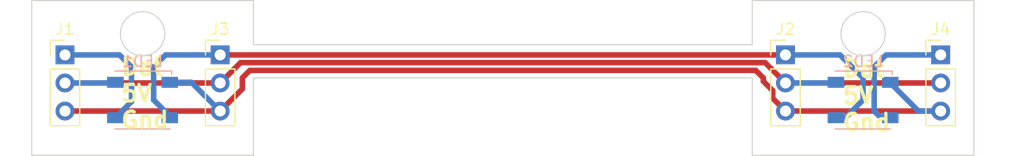
<source format=kicad_pcb>
(kicad_pcb (version 20221018) (generator pcbnew)
  (layers (0 "F.Cu" signal) (31 "B.Cu" signal) (34 "B.Paste" user) (35 "F.Paste" user) (36 "B.SilkS" user "B.Silkscreen") (37 "F.SilkS" user "F.Silkscreen") (38 "B.Mask" user) (39 "F.Mask" user) (44 "Edge.Cuts" user))
  (net 0 "")
  (net 1 "Net-(J1-Pin_1)")
  (net 2 "+5V")
  (net 3 "GND")
  (net 4 "/A")
  (net 5 "/B")
  (footprint "Connector_PinHeader_2.54mm:PinHeader_1x03_P2.54mm_Vertical" (layer "F.Cu") (at 105 74.92)
    (fp_text reference "J2" (at 0 -2.33) (layer "F.SilkS"))
    (fp_text value "Conn_01x03_Socket")
    (fp_line (start -1.33 -1.33) (end 0 -1.33) (stroke (width 0.12)) (layer "F.SilkS"))
    (fp_line (start -1.33 0) (end -1.33 -1.33) (stroke (width 0.12)) (layer "F.SilkS"))
    (fp_line (start -1.33 1.27) (end -1.33 6.41) (stroke (width 0.12)) (layer "F.SilkS"))
    (fp_line (start -1.33 1.27) (end 1.33 1.27) (stroke (width 0.12)) (layer "F.SilkS"))
    (fp_line (start -1.33 6.41) (end 1.33 6.41) (stroke (width 0.12)) (layer "F.SilkS"))
    (fp_line (start 1.33 1.27) (end 1.33 6.41) (stroke (width 0.12)) (layer "F.SilkS"))
    (pad "1" thru_hole rect (at 0 0) (size 1.7 1.7) (drill 1) (layers "*.Cu" "*.Mask") (net 4 "/A"))
    (pad "2" thru_hole oval (at 0 2.54) (size 1.7 1.7) (drill 1) (layers "*.Cu" "*.Mask") (net 2 "+5V"))
    (pad "3" thru_hole oval (at 0 5.08) (size 1.7 1.7) (drill 1) (layers "*.Cu" "*.Mask") (net 3 "GND"))
  )
  (footprint "Connector_PinHeader_2.54mm:PinHeader_1x03_P2.54mm_Vertical" (layer "F.Cu") (at 119 74.92)
    (fp_text reference "J4" (at 0 -2.33) (layer "F.SilkS"))
    (fp_text value "Conn_01x03_Socket")
    (fp_line (start -1.33 -1.33) (end 0 -1.33) (stroke (width 0.12)) (layer "F.SilkS"))
    (fp_line (start -1.33 0) (end -1.33 -1.33) (stroke (width 0.12)) (layer "F.SilkS"))
    (fp_line (start -1.33 1.27) (end -1.33 6.41) (stroke (width 0.12)) (layer "F.SilkS"))
    (fp_line (start -1.33 1.27) (end 1.33 1.27) (stroke (width 0.12)) (layer "F.SilkS"))
    (fp_line (start -1.33 6.41) (end 1.33 6.41) (stroke (width 0.12)) (layer "F.SilkS"))
    (fp_line (start 1.33 1.27) (end 1.33 6.41) (stroke (width 0.12)) (layer "F.SilkS"))
    (pad "1" thru_hole rect (at 0 0) (size 1.7 1.7) (drill 1) (layers "*.Cu" "*.Mask") (net 5 "/B"))
    (pad "2" thru_hole oval (at 0 2.54) (size 1.7 1.7) (drill 1) (layers "*.Cu" "*.Mask") (net 2 "+5V"))
    (pad "3" thru_hole oval (at 0 5.08) (size 1.7 1.7) (drill 1) (layers "*.Cu" "*.Mask") (net 3 "GND"))
  )
  (footprint "Connector_PinHeader_2.54mm:PinHeader_1x03_P2.54mm_Vertical" (layer "F.Cu") (at 40 74.92)
    (fp_text reference "J1" (at 0 -2.33) (layer "F.SilkS"))
    (fp_text value "LED Strip Conn")
    (fp_line (start -1.33 -1.33) (end 0 -1.33) (stroke (width 0.12)) (layer "F.SilkS"))
    (fp_line (start -1.33 0) (end -1.33 -1.33) (stroke (width 0.12)) (layer "F.SilkS"))
    (fp_line (start -1.33 1.27) (end -1.33 6.41) (stroke (width 0.12)) (layer "F.SilkS"))
    (fp_line (start -1.33 1.27) (end 1.33 1.27) (stroke (width 0.12)) (layer "F.SilkS"))
    (fp_line (start -1.33 6.41) (end 1.33 6.41) (stroke (width 0.12)) (layer "F.SilkS"))
    (fp_line (start 1.33 1.27) (end 1.33 6.41) (stroke (width 0.12)) (layer "F.SilkS"))
    (pad "1" thru_hole rect (at 0 0) (size 1.7 1.7) (drill 1) (layers "*.Cu" "*.Mask") (net 1 "Net-(J1-Pin_1)"))
    (pad "2" thru_hole oval (at 0 2.54) (size 1.7 1.7) (drill 1) (layers "*.Cu" "*.Mask") (net 2 "+5V"))
    (pad "3" thru_hole oval (at 0 5.08) (size 1.7 1.7) (drill 1) (layers "*.Cu" "*.Mask") (net 3 "GND"))
  )
  (footprint "Connector_PinHeader_2.54mm:PinHeader_1x03_P2.54mm_Vertical" (layer "F.Cu") (at 54 74.92)
    (fp_text reference "J3" (at 0 -2.33) (layer "F.SilkS"))
    (fp_text value "LED Strip Conn")
    (fp_line (start -1.33 -1.33) (end 0 -1.33) (stroke (width 0.12)) (layer "F.SilkS"))
    (fp_line (start -1.33 0) (end -1.33 -1.33) (stroke (width 0.12)) (layer "F.SilkS"))
    (fp_line (start -1.33 1.27) (end -1.33 6.41) (stroke (width 0.12)) (layer "F.SilkS"))
    (fp_line (start -1.33 1.27) (end 1.33 1.27) (stroke (width 0.12)) (layer "F.SilkS"))
    (fp_line (start -1.33 6.41) (end 1.33 6.41) (stroke (width 0.12)) (layer "F.SilkS"))
    (fp_line (start 1.33 1.27) (end 1.33 6.41) (stroke (width 0.12)) (layer "F.SilkS"))
    (pad "1" thru_hole rect (at 0 0) (size 1.7 1.7) (drill 1) (layers "*.Cu" "*.Mask") (net 4 "/A"))
    (pad "2" thru_hole oval (at 0 2.54) (size 1.7 1.7) (drill 1) (layers "*.Cu" "*.Mask") (net 2 "+5V"))
    (pad "3" thru_hole oval (at 0 5.08) (size 1.7 1.7) (drill 1) (layers "*.Cu" "*.Mask") (net 3 "GND"))
  )
  (footprint "LED_SMD:LED_Inolux_IN-PI554FCH_PLCC4_5.0x5.0mm_P3.2mm" (layer "B.Cu") (at 112 79 180)
    (fp_text reference "LED2" (at 0 3.5) (layer "B.SilkS") (effects (justify mirror)))
    (fp_text value "IN-PI55TATPRPGPB")
    (fp_line (start -2.62 2.3) (end -2.62 2.62) (stroke (width 0.12)) (layer "B.SilkS"))
    (fp_line (start -2.62 2.62) (end 2.5 2.62) (stroke (width 0.12)) (layer "B.SilkS"))
    (fp_line (start -2.5 -2.62) (end 2.5 -2.62) (stroke (width 0.12)) (layer "B.SilkS"))
    (pad "1" smd rect (at -2.45 1.6 180) (size 1.5 1) (layers "B.Cu" "B.Paste" "B.Mask") (net 3 "GND"))
    (pad "2" smd rect (at -2.45 -1.6 180) (size 1.5 1) (layers "B.Cu" "B.Paste" "B.Mask") (net 5 "/B"))
    (pad "3" smd rect (at 2.45 -1.6 180) (size 1.5 1) (layers "B.Cu" "B.Paste" "B.Mask") (net 4 "/A"))
    (pad "4" smd rect (at 2.45 1.6 180) (size 1.5 1) (layers "B.Cu" "B.Paste" "B.Mask") (net 2 "+5V"))
  )
  (footprint "LED_SMD:LED_Inolux_IN-PI554FCH_PLCC4_5.0x5.0mm_P3.2mm" (layer "B.Cu") (at 47 79 180)
    (fp_text reference "LED1" (at 0 3.5) (layer "B.SilkS") (effects (justify mirror)))
    (fp_text value "IN-PI55TATPRPGPB")
    (fp_line (start -2.62 2.3) (end -2.62 2.62) (stroke (width 0.12)) (layer "B.SilkS"))
    (fp_line (start -2.62 2.62) (end 2.5 2.62) (stroke (width 0.12)) (layer "B.SilkS"))
    (fp_line (start -2.5 -2.62) (end 2.5 -2.62) (stroke (width 0.12)) (layer "B.SilkS"))
    (pad "1" smd rect (at -2.45 1.6 180) (size 1.5 1) (layers "B.Cu" "B.Paste" "B.Mask") (net 3 "GND"))
    (pad "2" smd rect (at -2.45 -1.6 180) (size 1.5 1) (layers "B.Cu" "B.Paste" "B.Mask") (net 4 "/A"))
    (pad "3" smd rect (at 2.45 -1.6 180) (size 1.5 1) (layers "B.Cu" "B.Paste" "B.Mask") (net 1 "Net-(J1-Pin_1)"))
    (pad "4" smd rect (at 2.45 1.6 180) (size 1.5 1) (layers "B.Cu" "B.Paste" "B.Mask") (net 2 "+5V"))
  )
  (gr_line (start 57 74) (end 57 70) (stroke (width 0.1)) (layer "Edge.Cuts"))
  (gr_line (start 102 84) (end 122 84) (stroke (width 0.1)) (layer "Edge.Cuts"))
  (gr_line (start 102 77) (end 102 84) (stroke (width 0.1)) (layer "Edge.Cuts"))
  (gr_line (start 37 70) (end 37 84) (stroke (width 0.1)) (layer "Edge.Cuts"))
  (gr_line (start 37 70) (end 57 70) (stroke (width 0.1)) (layer "Edge.Cuts"))
  (gr_line (start 57 77) (end 102 77) (stroke (width 0.1)) (layer "Edge.Cuts"))
  (gr_line (start 57 84) (end 37 84) (stroke (width 0.1)) (layer "Edge.Cuts"))
  (gr_line (start 122 70) (end 122 84) (stroke (width 0.1)) (layer "Edge.Cuts"))
  (gr_line (start 102 74) (end 102 70) (stroke (width 0.1)) (layer "Edge.Cuts"))
  (gr_circle (center 47 73) (end 49 73) (stroke (width 0.1)) (fill none) (layer "Edge.Cuts"))
  (gr_circle (center 112 73) (end 110 73) (stroke (width 0.1)) (fill none) (layer "Edge.Cuts"))
  (gr_line (start 57 74) (end 102 74) (stroke (width 0.1)) (layer "Edge.Cuts"))
  (gr_line (start 57 84) (end 57 77) (stroke (width 0.1)) (layer "Edge.Cuts"))
  (gr_line (start 102 70) (end 122 70) (stroke (width 0.1)) (layer "Edge.Cuts"))
  (gr_text "Dat\n5V\nGnd\n" (at 44.9 81.7) (layer "F.SilkS") (effects (font (size 1.5 1.5) (thickness 0.3) bold) (justify left bottom)))
  (gr_text "Dat\n5V\nGnd\n" (at 110 81.9) (layer "F.SilkS") (effects (font (size 1.5 1.5) (thickness 0.3) bold) (justify left bottom)))
  (segment (start 44.92 74.92) (end 46 76) (width 0.5) (layer "B.Cu") (net 1))
  (segment (start 46 79.15) (end 44.55 80.6) (width 0.5) (layer "B.Cu") (net 1))
  (segment (start 46 76) (end 46 79.15) (width 0.5) (layer "B.Cu") (net 1))
  (segment (start 40 74.92) (end 44.92 74.92) (width 0.5) (layer "B.Cu") (net 1))
  (segment (start 103.16 75.62) (end 105 77.46) (width 0.5) (layer "F.Cu") (net 2))
  (segment (start 105 77.46) (end 119 77.46) (width 0.5) (layer "F.Cu") (net 2))
  (segment (start 40 77.46) (end 54 77.46) (width 0.5) (layer "F.Cu") (net 2))
  (segment (start 55.84 75.62) (end 103.16 75.62) (width 0.5) (layer "F.Cu") (net 2))
  (segment (start 54 77.46) (end 55.84 75.62) (width 0.5) (layer "F.Cu") (net 2))
  (segment (start 40 77.46) (end 44.49 77.46) (width 0.5) (layer "B.Cu") (net 2))
  (segment (start 44.49 77.46) (end 44.55 77.4) (width 0.5) (layer "B.Cu") (net 2))
  (segment (start 109.49 77.46) (end 109.55 77.4) (width 0.5) (layer "B.Cu") (net 2))
  (segment (start 105 77.46) (end 109.49 77.46) (width 0.5) (layer "B.Cu") (net 2))
  (segment (start 40 80) (end 54 80) (width 0.5) (layer "F.Cu") (net 3))
  (segment (start 103.850761 78.149239) (end 103 77.298478) (width 0.5) (layer "F.Cu") (net 3))
  (segment (start 56 78) (end 54 80) (width 0.5) (layer "F.Cu") (net 3))
  (segment (start 103 77.298478) (end 103 77) (width 0.5) (layer "F.Cu") (net 3))
  (segment (start 103.850761 78.850761) (end 103.850761 78.149239) (width 0.5) (layer "F.Cu") (net 3))
  (segment (start 103 77) (end 102.32 76.32) (width 0.5) (layer "F.Cu") (net 3))
  (segment (start 105 80) (end 119 80) (width 0.5) (layer "F.Cu") (net 3))
  (segment (start 56.68 76.32) (end 56 77) (width 0.5) (layer "F.Cu") (net 3))
  (segment (start 56 77) (end 56 78) (width 0.5) (layer "F.Cu") (net 3))
  (segment (start 102.32 76.32) (end 56.68 76.32) (width 0.5) (layer "F.Cu") (net 3))
  (segment (start 105 80) (end 103.850761 78.850761) (width 0.5) (layer "F.Cu") (net 3))
  (segment (start 114.45 77.45) (end 117 80) (width 0.5) (layer "B.Cu") (net 3))
  (segment (start 117 80) (end 119 80) (width 0.5) (layer "B.Cu") (net 3))
  (segment (start 114.45 77.4) (end 114.45 77.45) (width 0.5) (layer "B.Cu") (net 3))
  (segment (start 51.4 77.4) (end 54 80) (width 0.5) (layer "B.Cu") (net 3))
  (segment (start 49.45 77.4) (end 51.4 77.4) (width 0.5) (layer "B.Cu") (net 3))
  (segment (start 54 74.92) (end 105 74.92) (width 0.5) (layer "F.Cu") (net 4))
  (segment (start 49.45 80.45) (end 48 79) (width 0.5) (layer "B.Cu") (net 4))
  (segment (start 49.45 80.6) (end 49.45 80.45) (width 0.5) (layer "B.Cu") (net 4))
  (segment (start 49.08 74.92) (end 54 74.92) (width 0.5) (layer "B.Cu") (net 4))
  (segment (start 109.92 74.92) (end 112 77) (width 0.5) (layer "B.Cu") (net 4))
  (segment (start 110.4 80.6) (end 109.55 80.6) (width 0.5) (layer "B.Cu") (net 4))
  (segment (start 48 79) (end 48 76) (width 0.5) (layer "B.Cu") (net 4))
  (segment (start 112 79) (end 110.4 80.6) (width 0.5) (layer "B.Cu") (net 4))
  (segment (start 112 77) (end 112 79) (width 0.5) (layer "B.Cu") (net 4))
  (segment (start 105 74.92) (end 109.92 74.92) (width 0.5) (layer "B.Cu") (net 4))
  (segment (start 48 76) (end 49.08 74.92) (width 0.5) (layer "B.Cu") (net 4))
  (segment (start 113 76) (end 114.08 74.92) (width 0.5) (layer "B.Cu") (net 5))
  (segment (start 113.6 80.6) (end 113 80) (width 0.5) (layer "B.Cu") (net 5))
  (segment (start 113 80) (end 113 76) (width 0.5) (layer "B.Cu") (net 5))
  (segment (start 114.08 74.92) (end 119 74.92) (width 0.5) (layer "B.Cu") (net 5))
  (segment (start 114.45 80.6) (end 113.6 80.6) (width 0.5) (layer "B.Cu") (net 5))
)
</source>
